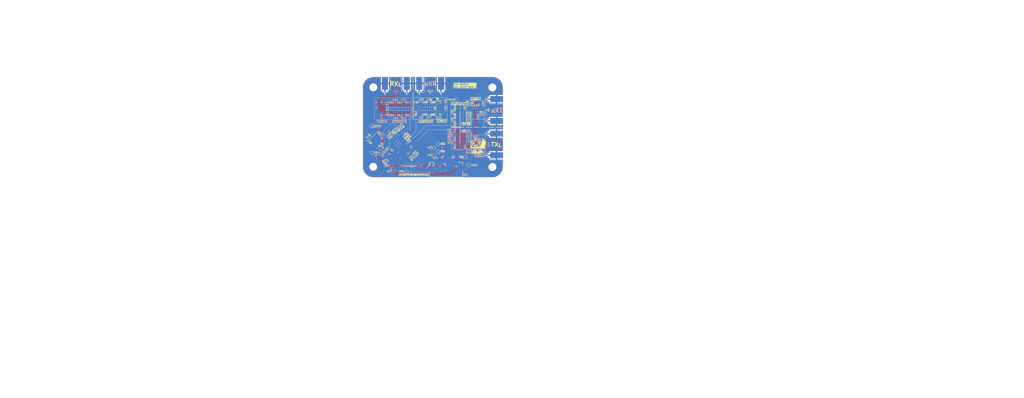
<source format=kicad_pcb>
(kicad_pcb
	(version 20241229)
	(generator "pcbnew")
	(generator_version "9.0")
	(general
		(thickness 1.5422)
		(legacy_teardrops no)
	)
	(paper "A4")
	(layers
		(0 "F.Cu" signal)
		(4 "In1.Cu" power)
		(6 "In2.Cu" power)
		(2 "B.Cu" signal)
		(9 "F.Adhes" user "F.Adhesive")
		(11 "B.Adhes" user "B.Adhesive")
		(13 "F.Paste" user)
		(15 "B.Paste" user)
		(5 "F.SilkS" user "F.Silkscreen")
		(7 "B.SilkS" user "B.Silkscreen")
		(1 "F.Mask" user)
		(3 "B.Mask" user)
		(17 "Dwgs.User" user "User.Drawings")
		(19 "Cmts.User" user "User.Comments")
		(21 "Eco1.User" user "User.Eco1")
		(23 "Eco2.User" user "User.Eco2")
		(25 "Edge.Cuts" user)
		(27 "Margin" user)
		(31 "F.CrtYd" user "F.Courtyard")
		(29 "B.CrtYd" user "B.Courtyard")
		(35 "F.Fab" user "Mechanical 12")
		(33 "B.Fab" user "Top Assembly")
		(39 "User.1" user "Top 3D Body")
		(41 "User.2" user "Top Designator")
		(43 "User.3" user "Route Tool Path")
		(45 "User.4" user "Board")
		(47 "User.5" user "Mechanical 5")
		(49 "User.6" user "Bottom Courtyard")
		(51 "User.7" user "Mechanical 7")
		(53 "User.8" user "Bottom 3D Body")
		(55 "User.9" user "Mechanical 9")
		(57 "User.10" user "Bottom Assembly")
		(59 "User.11" user "Mechanical 11")
		(61 "User.12" user "Mechanical 14")
		(63 "User.13" user "Top Courtyard")
		(65 "User.14" user "Mechanical 16")
	)
	(setup
		(stackup
			(layer "F.SilkS"
				(type "Top Silk Screen")
				(color "White")
				(material "Liquid Photo")
			)
			(layer "F.Paste"
				(type "Top Solder Paste")
			)
			(layer "F.Mask"
				(type "Top Solder Mask")
				(color "Purple")
				(thickness 0.0152)
				(material "SMOBC")
				(epsilon_r 3.9)
				(loss_tangent 0.033)
			)
			(layer "F.Cu"
				(type "copper")
				(thickness 0.0432)
			)
			(layer "dielectric 1"
				(type "prepreg")
				(color "FR4 natural")
				(thickness 0.1999 locked)
				(material "FR408-HR")
				(epsilon_r 3.61)
				(loss_tangent 0.0091)
			)
			(layer "In1.Cu"
				(type "copper")
				(thickness 0.0175)
			)
			(layer "dielectric 2"
				(type "core")
				(color "FR4 natural")
				(thickness 0.9906 locked)
				(material "FR408-HR")
				(epsilon_r 3.87)
				(loss_tangent 0.0091)
			)
			(layer "In2.Cu"
				(type "copper")
				(thickness 0.0175)
			)
			(layer "dielectric 3"
				(type "prepreg")
				(color "FR4 natural")
				(thickness 0.1999 locked)
				(material "FR408-HR")
				(epsilon_r 3.61)
				(loss_tangent 0.0091)
			)
			(layer "B.Cu"
				(type "copper")
				(thickness 0.0432)
			)
			(layer "B.Mask"
				(type "Bottom Solder Mask")
				(color "Purple")
				(thickness 0.0152)
				(material "SMOBC")
				(epsilon_r 3.9)
				(loss_tangent 0.033)
			)
			(layer "B.Paste"
				(type "Bottom Solder Paste")
			)
			(layer "B.SilkS"
				(type "Bottom Silk Screen")
				(color "White")
				(material "Liquid Photo")
			)
			(copper_finish "ENIG")
			(dielectric_constraints yes)
		)
		(pad_to_mask_clearance 0.0762)
		(solder_mask_min_width 0.1016)
		(allow_soldermask_bridges_in_footprints no)
		(tenting front back)
		(aux_axis_origin 127.20111 115.16359)
		(grid_origin 127.20111 115.16359)
		(pcbplotparams
			(layerselection 0x00000000_00000000_55555555_5755f5ff)
			(plot_on_all_layers_selection 0x00000000_00000000_00000000_00000000)
			(disableapertmacros no)
			(usegerberextensions no)
			(usegerberattributes yes)
			(usegerberadvancedattributes yes)
			(creategerberjobfile yes)
			(dashed_line_dash_ratio 12.000000)
			(dashed_line_gap_ratio 3.000000)
			(svgprecision 4)
			(plotframeref no)
			(mode 1)
			(useauxorigin no)
			(hpglpennumber 1)
			(hpglpenspeed 20)
			(hpglpendiameter 15.000000)
			(pdf_front_fp_property_popups yes)
			(pdf_back_fp_property_popups yes)
			(pdf_metadata yes)
			(pdf_single_document no)
			(dxfpolygonmode yes)
			(dxfimperialunits yes)
			(dxfusepcbnewfont yes)
			(psnegative no)
			(psa4output no)
			(plot_black_and_white yes)
			(sketchpadsonfab no)
			(plotpadnumbers no)
			(hidednponfab no)
			(sketchdnponfab yes)
			(crossoutdnponfab yes)
			(subtractmaskfromsilk no)
			(outputformat 1)
			(mirror no)
			(drillshape 1)
			(scaleselection 1)
			(outputdirectory "")
		)
	)
	(net 0 "")
	(net 1 "GND")
	(net 2 "+3.3V")
	(net 3 "/RF Subsystem/TRX_X1")
	(net 4 "/RF Subsystem/TRX_X2")
	(net 5 "Net-(P9-In)")
	(net 6 "/RF Subsystem/LNA_P")
	(net 7 "/RF Subsystem/TRX_PA")
	(net 8 "/RF Subsystem/LNA_N")
	(net 9 "/RF Subsystem/PA_{SHUTDOWN}")
	(net 10 "Net-(C56-Pad1)")
	(net 11 "Net-(C6-Pad2)")
	(net 12 "Net-(C7-Pad2)")
	(net 13 "/RF Subsystem/LNA_N_{UHF}")
	(net 14 "/RF Subsystem/LNA_N_{VHF}")
	(net 15 "/RF Subsystem/LNA_P_{UHF}")
	(net 16 "Net-(C10-Pad2)")
	(net 17 "Net-(C11-Pad2)")
	(net 18 "/RF Subsystem/LNA_P_{VHF}")
	(net 19 "Net-(C16-Pad2)")
	(net 20 "Net-(C17-Pad2)")
	(net 21 "/RF Subsystem/PA_{UHF}")
	(net 22 "Net-(C18-Pad1)")
	(net 23 "Net-(C19-Pad1)")
	(net 24 "/RF Subsystem/PA_{VHF}")
	(net 25 "Net-(C20-Pad1)")
	(net 26 "Net-(C21-Pad1)")
	(net 27 "/RF Subsystem/TRX_{SW}")
	(net 28 "Net-(C22-Pad2)")
	(net 29 "Net-(C23-Pad2)")
	(net 30 "Net-(U2-LPF1)")
	(net 31 "Net-(U2-LPF0)")
	(net 32 "Net-(U2-DCPL_XOSC)")
	(net 33 "Net-(U2-DCPL_PFD_CHP)")
	(net 34 "Net-(U2-DCPL_VCO)")
	(net 35 "Net-(U2-DCPL)")
	(net 36 "Net-(C55-Pad1)")
	(net 37 "Net-(C57-Pad1)")
	(net 38 "Net-(C52-Pad2)")
	(net 39 "Net-(C58-Pad2)")
	(net 40 "Net-(C53-Pad2)")
	(net 41 "Net-(C59-Pad2)")
	(net 42 "Net-(C60-Pad2)")
	(net 43 "Net-(C54-Pad2)")
	(net 44 "Net-(C61-Pad1)")
	(net 45 "Net-(C62-Pad1)")
	(net 46 "Net-(C63-Pad1)")
	(net 47 "Net-(U2-EXT_XOSC)")
	(net 48 "Net-(U2-RBIAS)")
	(net 49 "unconnected-(X1-Pad15)")
	(net 50 "/RF Subsystem/TRX_MISO")
	(net 51 "/RF Subsystem/TRX_SCLK")
	(net 52 "/RF Subsystem/TRX_GPIO2")
	(net 53 "/RF Subsystem/TRX_NRST")
	(net 54 "/RF Subsystem/TRX_GPIO0")
	(net 55 "/RF Subsystem/TRX_NCS")
	(net 56 "/RF Subsystem/TRX_MOSI")
	(net 57 "unconnected-(X1-Pad13)")
	(net 58 "unconnected-(X1-Pad14)")
	(net 59 "Net-(P10-In)")
	(net 60 "Net-(P12-In)")
	(net 61 "Net-(P14-In)")
	(footprint "Resistor_SMD:R_0402_1005Metric" (layer "F.Cu") (at 37.118555 74.806866 -45))
	(footprint "Inductor_SMD:L_0402_1005Metric" (layer "F.Cu") (at 49.851956 57.282804 -90))
	(footprint "TestPoint:TestPoint_Pad_D1.0mm" (layer "F.Cu") (at 46.42911 73.605135))
	(footprint "Resistor_SMD:R_0402_1005Metric" (layer "F.Cu") (at 25.540109 73.11967 45))
	(footprint "Crystal:Crystal_SMD_3225-4Pin_3.2x2.5mm" (layer "F.Cu") (at 23.025351 69.958009 -135))
	(footprint "TestPoint:TestPoint_Pad_D1.0mm" (layer "F.Cu") (at 21.217926 75.520032 -90))
	(footprint "Capacitor_SMD:C_0402_1005Metric" (layer "F.Cu") (at 39.968225 59.728684 90))
	(footprint "TestPoint:TestPoint_Pad_D1.0mm" (layer "F.Cu") (at 55.31911 54.20359 180))
	(footprint "Inductor_SMD:L_0402_1005Metric" (layer "F.Cu") (at 57.534332 57.578595 90))
	(footprint "Capacitor_SMD:C_0402_1005Metric" (layer "F.Cu") (at 35.59326 76.361809 -45))
	(footprint "Capacitor_SMD:C_0402_1005Metric" (layer "F.Cu") (at 55.740599 57.569683 90))
	(footprint "Capacitor_SMD:C_0402_1005Metric" (layer "F.Cu") (at 42.719369 59.248684))
	(footprint "Capacitor_SMD:C_0402_1005Metric" (layer "F.Cu") (at 21.357584 67.403796 45))
	(footprint "Capacitor_SMD:C_0402_1005Metric" (layer "F.Cu") (at 35.076568 66.024451 135))
	(footprint "Capacitor_SMD:C_0402_1005Metric" (layer "F.Cu") (at 45.824344 59.26417))
	(footprint "Inductor_SMD:L_0402_1005Metric" (layer "F.Cu") (at 47.732178 59.791244 -90))
	(footprint "Capacitor_SMD:C_0402_1005Metric" (layer "F.Cu") (at 45.824344 56.159738))
	(footprint "Inductor_SMD:L_0402_1005Metric" (layer "F.Cu") (at 41.131487 59.733684 -90))
	(footprint "Capacitor_SMD:C_0402_1005Metric" (layer "F.Cu") (at 47.732178 55.727244 90))
	(footprint "TestPoint:TestPoint_Pad_D1.0mm" (layer "F.Cu") (at 58.87511 77.31759 90))
	(footprint "Capacitor_SMD:C_0402_1005Metric" (layer "F.Cu") (at 65.108506 55.843384 -90))
	(footprint "Capacitor_SMD:C_0402_1005Metric" (layer "F.Cu") (at 33.350153 67.352207 -45))
	(footprint "Capacitor_SMD:C_0402_1005Metric" (layer "F.Cu") (at 27.909033 77.050285 -135))
	(footprint "Capacitor_SMD:C_0402_1005Metric" (layer "F.Cu") (at 65.107074 57.851899 -90))
	(footprint "Capacitor_SMD:C_0402_1005Metric" (layer "F.Cu") (at 64.053228 58.854975 -90))
	(footprint "capstone-project:LOGO" (layer "F.Cu") (at 63.543209 73.570242))
	(footprint "Resistor_SMD:R_0402_1005Metric" (layer "F.Cu") (at 58.042273 59.569497 180))
	(footprint "Inductor_SMD:L_0402_1005Metric" (layer "F.Cu") (at 44.307251 59.733684 -90))
	(footprint "Capacitor_SMD:C_0402_1005Metric" (layer "F.Cu") (at 26.622741 67.968193 135))
	(footprint "Inductor_SMD:L_0402_1005Metric" (layer "F.Cu") (at 60.868186 57.846899 90))
	(footprint "TestPoint:TestPoint_Pad_D1.0mm" (layer "F.Cu") (at 47.95311 75.03159 90))
	(footprint "TestPoint:TestPoint_Pad_D1.0mm" (layer "F.Cu") (at 47.95311 71.98359))
	(footprint "Inductor_SMD:L_0402_1005Metric" (layer "F.Cu") (at 66.287199 57.846899 -90))
	(footprint "Inductor_SMD:L_0402_1005Metric" (layer "F.Cu") (at 48.79238 56.659494 -90))
	(footprint "Capacitor_SMD:C_0402_1005Metric" (layer "F.Cu") (at 58.032273 60.629589 180))
	(footprint "MountingHole:MountingHole_3.2mm_M3_ISO14580_Pad" (layer "F.Cu") (at 21.836013 81.17843 -90))
	(footprint "Capacitor_SMD:C_0402_1005Metric" (layer "F.Cu") (at 34.368154 66.733698 135))
	(footprint "Capacitor_SMD:C_0402_1005Metric" (layer "F.Cu") (at 37.890897 74.04217 -45))
	(footprint "Connector_Coaxial:SMA_Molex_73251-1153_EdgeMount_Horizontal" (layer "F.Cu") (at 44.762416 49.325108 -90))
	(footprint "Capacitor_SMD:C_0402_1005Metric" (layer "F.Cu") (at 59.810123 57.851899 90))
	(footprint "capstone-project:Adafruit EYESPI FPC Connector"
		(layer "F.Cu")
		(uuid "95357494-a9be-4a2e-91b0-32e93133ec49")
		(at 51.20919 82.361619)
		(descr "WR-FPC SMT ZIF Horizontal Hinge Type")
		(tags "EYESPI, FPC")
		(property "Reference" "X1"
			(at 7.874 2.032 0)
			(layer "F.SilkS")
			(uuid "3df7fa16-77d0-46eb-a730-e946a641391c")
			(effects
				(font
					(size 1 1)
					(thickness 0.15)
				)
			)
		)
		(property "Value" "EYESPI"
			(at 0 4.064 0)
			(layer "F.Fab")
			(uuid "c073c37c-fe1a-4fc9-9d93-7fd683914a95")
			(effects
				(font
					(size 1 1)
					(thickness 0.15)
				)
			)
		)
		(property "Datasheet" "https://www.we-online.com/components/products/datasheet/687118149022.pdf"
			(at 0 0 0)
			(layer "F.Fab")
			(hide yes)
			(uuid "bde87804-7dcb-4e24-945f-af8e80358647")
			(effects
				(font
					(size 1.27 1.27)
					(thickness 0.15)
				)
			)
		)
		(property "Description" "WR-FPC SMT ZIF Horizontal Hinge Type"
			(at 0 0 0)
			(layer "F.Fab")
			(hide yes)
			(uuid "bbb876ca-01b9-4452-ba28-7f61280c0f1e")
			(effects
				(font
					(size 1.27 1.27)
					(thickness 0.15)
				)
			)
		)
		(property "Assignment" "CC1200_VSPI"
			(at 0 0 0)
			(unlocked yes)
			(layer "F.Fab")
			(hide yes)
			(uuid "f3c9e727-6623-4202-bd33-48dd5b2e4c54")
			(effects
				(font
					(size 1 1)
					(thickness 0.15)
				)
			)
		)
		(path "/84800830-44aa-4988-9cd0-66f1806fc898")
		(sheetname "/")
		(sheetfile "system-testbed.kicad_sch")
		(attr smd allow_soldermask_bridges)
		(fp_line
			(start -6.65 -3)
			(end -6.65 -1.85)
			(stroke
				(width 0.2)
				(type solid)
			)
			(layer "F.SilkS")
			(uuid "5f9a2848-14f7-4331-b700-239c2130483c")
		)
		(fp_line
			(start -6.65 0.7)
			(end -6.65 3)
			(stroke
				(width 0.2)
				(type solid)
			)
			(layer "F.SilkS")
			(uuid "febe898f-91a6-41f5-83d4-1debb5afab18")
		)
		(fp_line
			(start -6.65 3)
			(end 6.65 3)
			(stroke
				(width 0.2)
				(type solid)
			)
			(layer "F.SilkS")
			(uuid "806c2acb-b90d-43e3-9517-e44efa245a62")
		)
		(fp_line
			(start -4.75 -3)
			(end -6.65 -3)
			(stroke
				(width 0.2)
				(type solid)
			)
			(layer "F.SilkS")
			(uuid "df050d67-da69-4cbc-a90a-4ed7227a552e")
		)
		(fp_line
			(start 4.75 -3)
			(end 6.65 -3)
			(stroke
				(width 0.2)
				(type solid)
			)
			(layer "F.SilkS")
			(uuid "fcd2badc-a3b6-473f-9797-be512ac2e608")
		)
		(fp_line
			(start 6.65 -3)
			(end 6.65 -1.85)
			(stroke
				(width 0.2)
				(type solid)
			)
			(layer "F.SilkS")
			(uuid "42051ab3-020a-4463-a9a6-4e70edc53ae7")
		)
		(fp_line
			(start 6.65 3)
			(end 6.65 0.7)
			(stroke
				(width 0.2)
				(type solid)
			)
			(layer "F.SilkS")
			(uuid "e36c9867-e861-4f19-8081-9648cb71e0a9")
		)
		(fp_circle
			(center -4.85 -2.4)
			(end -4.75 -2.4)
			(stroke
				(width 0.2)
				(type solid)
			)
			(fill no)
			(layer "F.SilkS")
			(uuid "44fcbb13-ed61-4071-a60f-24991a5b2784")
		)
		(fp_poly
			(pts
				(xy -4.6 -4.2) (xy 4.6 -4.2) (xy 4.6 -3.2) (xy 6.85 -3.2) (xy 6.85 -1.7) (xy 7.25 -1.7) (xy 7.25 0.5)
				(xy 6.85 0.5) (xy 6.85 3.2) (xy -6.85 3.2) (xy -6.85 0.5) (xy -7.25 0.5) (xy -7.25 -1.7) (xy -6.85 -1.7)
				(xy -6.85 -3.2) (xy -4.6 -3.2)
			)
			(stroke
				(width 0.1)
				(type solid)
			)
			(fi
... [1363634 chars truncated]
</source>
